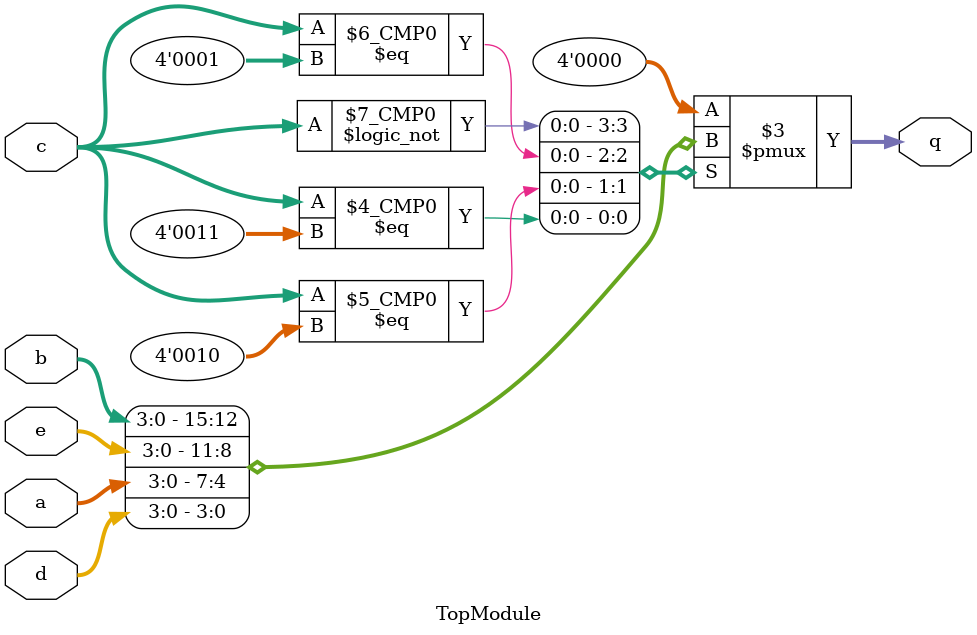
<source format=sv>

module TopModule (
  input [3:0] a,
  input [3:0] b,
  input [3:0] c,
  input [3:0] d,
  input [3:0] e,
  output reg [3:0] q
);

  always @(*) begin
    case (c)
      4'd0: q = b;
      4'd1: q = e;
      4'd2: q = a;
      4'd3: q = d;
      default: q = 4'd0; // Or some other default value if needed
    endcase
  end

endmodule

// VERILOG-EVAL: abnormal backticks count
// VERILOG-EVAL: errant inclusion of module definition

</source>
